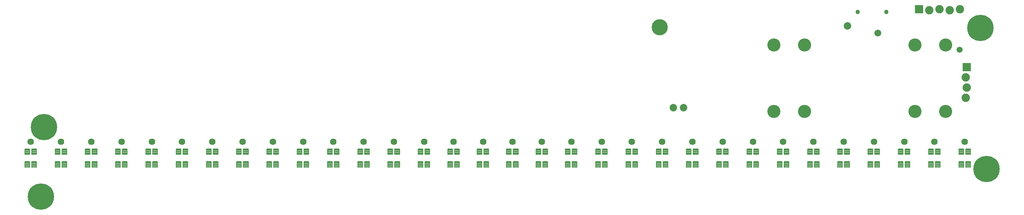
<source format=gbs>
G75*
G70*
%OFA0B0*%
%FSLAX24Y24*%
%IPPOS*%
%LPD*%
%AMOC8*
5,1,8,0,0,1.08239X$1,22.5*
%
%ADD10C,0.2580*%
%ADD11C,0.1580*%
%ADD12C,0.1280*%
%ADD13C,0.0434*%
%ADD14R,0.0820X0.0820*%
%ADD15C,0.0820*%
%ADD16C,0.0083*%
%ADD17C,0.0640*%
%ADD18C,0.0590*%
%ADD19C,0.0730*%
%ADD20C,0.0671*%
D10*
X002545Y002706D03*
X002845Y009526D03*
X094465Y019226D03*
X095045Y005406D03*
D11*
X063095Y019296D03*
D12*
X074265Y017546D03*
X077265Y017546D03*
X088065Y017546D03*
X091065Y017546D03*
X091065Y011046D03*
X088065Y011046D03*
X077265Y011046D03*
X074265Y011046D03*
D13*
X082447Y020786D03*
X085243Y020786D03*
D14*
X088445Y021046D03*
X093135Y015366D03*
D15*
X093035Y014366D03*
X093135Y013366D03*
X093035Y012366D03*
X091445Y020946D03*
X090445Y021046D03*
X089445Y020946D03*
X092445Y021046D03*
D16*
X092340Y007380D02*
X092810Y007380D01*
X092810Y006832D01*
X092340Y006832D01*
X092340Y007380D01*
X092340Y006914D02*
X092810Y006914D01*
X092810Y006996D02*
X092340Y006996D01*
X092340Y007078D02*
X092810Y007078D01*
X092810Y007160D02*
X092340Y007160D01*
X092340Y007242D02*
X092810Y007242D01*
X092810Y007324D02*
X092340Y007324D01*
X093010Y007380D02*
X093480Y007380D01*
X093480Y006832D01*
X093010Y006832D01*
X093010Y007380D01*
X093010Y006914D02*
X093480Y006914D01*
X093480Y006996D02*
X093010Y006996D01*
X093010Y007078D02*
X093480Y007078D01*
X093480Y007160D02*
X093010Y007160D01*
X093010Y007242D02*
X093480Y007242D01*
X093480Y007324D02*
X093010Y007324D01*
X090520Y007380D02*
X090050Y007380D01*
X090520Y007380D02*
X090520Y006832D01*
X090050Y006832D01*
X090050Y007380D01*
X090050Y006914D02*
X090520Y006914D01*
X090520Y006996D02*
X090050Y006996D01*
X090050Y007078D02*
X090520Y007078D01*
X090520Y007160D02*
X090050Y007160D01*
X090050Y007242D02*
X090520Y007242D01*
X090520Y007324D02*
X090050Y007324D01*
X089850Y007380D02*
X089380Y007380D01*
X089850Y007380D02*
X089850Y006832D01*
X089380Y006832D01*
X089380Y007380D01*
X089380Y006914D02*
X089850Y006914D01*
X089850Y006996D02*
X089380Y006996D01*
X089380Y007078D02*
X089850Y007078D01*
X089850Y007160D02*
X089380Y007160D01*
X089380Y007242D02*
X089850Y007242D01*
X089850Y007324D02*
X089380Y007324D01*
X087560Y007380D02*
X087090Y007380D01*
X087560Y007380D02*
X087560Y006832D01*
X087090Y006832D01*
X087090Y007380D01*
X087090Y006914D02*
X087560Y006914D01*
X087560Y006996D02*
X087090Y006996D01*
X087090Y007078D02*
X087560Y007078D01*
X087560Y007160D02*
X087090Y007160D01*
X087090Y007242D02*
X087560Y007242D01*
X087560Y007324D02*
X087090Y007324D01*
X086890Y007380D02*
X086420Y007380D01*
X086890Y007380D02*
X086890Y006832D01*
X086420Y006832D01*
X086420Y007380D01*
X086420Y006914D02*
X086890Y006914D01*
X086890Y006996D02*
X086420Y006996D01*
X086420Y007078D02*
X086890Y007078D01*
X086890Y007160D02*
X086420Y007160D01*
X086420Y007242D02*
X086890Y007242D01*
X086890Y007324D02*
X086420Y007324D01*
X084600Y007380D02*
X084130Y007380D01*
X084600Y007380D02*
X084600Y006832D01*
X084130Y006832D01*
X084130Y007380D01*
X084130Y006914D02*
X084600Y006914D01*
X084600Y006996D02*
X084130Y006996D01*
X084130Y007078D02*
X084600Y007078D01*
X084600Y007160D02*
X084130Y007160D01*
X084130Y007242D02*
X084600Y007242D01*
X084600Y007324D02*
X084130Y007324D01*
X083930Y007380D02*
X083460Y007380D01*
X083930Y007380D02*
X083930Y006832D01*
X083460Y006832D01*
X083460Y007380D01*
X083460Y006914D02*
X083930Y006914D01*
X083930Y006996D02*
X083460Y006996D01*
X083460Y007078D02*
X083930Y007078D01*
X083930Y007160D02*
X083460Y007160D01*
X083460Y007242D02*
X083930Y007242D01*
X083930Y007324D02*
X083460Y007324D01*
X081640Y007380D02*
X081170Y007380D01*
X081640Y007380D02*
X081640Y006832D01*
X081170Y006832D01*
X081170Y007380D01*
X081170Y006914D02*
X081640Y006914D01*
X081640Y006996D02*
X081170Y006996D01*
X081170Y007078D02*
X081640Y007078D01*
X081640Y007160D02*
X081170Y007160D01*
X081170Y007242D02*
X081640Y007242D01*
X081640Y007324D02*
X081170Y007324D01*
X080970Y007380D02*
X080500Y007380D01*
X080970Y007380D02*
X080970Y006832D01*
X080500Y006832D01*
X080500Y007380D01*
X080500Y006914D02*
X080970Y006914D01*
X080970Y006996D02*
X080500Y006996D01*
X080500Y007078D02*
X080970Y007078D01*
X080970Y007160D02*
X080500Y007160D01*
X080500Y007242D02*
X080970Y007242D01*
X080970Y007324D02*
X080500Y007324D01*
X078680Y007380D02*
X078210Y007380D01*
X078680Y007380D02*
X078680Y006832D01*
X078210Y006832D01*
X078210Y007380D01*
X078210Y006914D02*
X078680Y006914D01*
X078680Y006996D02*
X078210Y006996D01*
X078210Y007078D02*
X078680Y007078D01*
X078680Y007160D02*
X078210Y007160D01*
X078210Y007242D02*
X078680Y007242D01*
X078680Y007324D02*
X078210Y007324D01*
X078010Y007380D02*
X077540Y007380D01*
X078010Y007380D02*
X078010Y006832D01*
X077540Y006832D01*
X077540Y007380D01*
X077540Y006914D02*
X078010Y006914D01*
X078010Y006996D02*
X077540Y006996D01*
X077540Y007078D02*
X078010Y007078D01*
X078010Y007160D02*
X077540Y007160D01*
X077540Y007242D02*
X078010Y007242D01*
X078010Y007324D02*
X077540Y007324D01*
X075720Y007380D02*
X075250Y007380D01*
X075720Y007380D02*
X075720Y006832D01*
X075250Y006832D01*
X075250Y007380D01*
X075250Y006914D02*
X075720Y006914D01*
X075720Y006996D02*
X075250Y006996D01*
X075250Y007078D02*
X075720Y007078D01*
X075720Y007160D02*
X075250Y007160D01*
X075250Y007242D02*
X075720Y007242D01*
X075720Y007324D02*
X075250Y007324D01*
X075050Y007380D02*
X074580Y007380D01*
X075050Y007380D02*
X075050Y006832D01*
X074580Y006832D01*
X074580Y007380D01*
X074580Y006914D02*
X075050Y006914D01*
X075050Y006996D02*
X074580Y006996D01*
X074580Y007078D02*
X075050Y007078D01*
X075050Y007160D02*
X074580Y007160D01*
X074580Y007242D02*
X075050Y007242D01*
X075050Y007324D02*
X074580Y007324D01*
X072760Y007380D02*
X072290Y007380D01*
X072760Y007380D02*
X072760Y006832D01*
X072290Y006832D01*
X072290Y007380D01*
X072290Y006914D02*
X072760Y006914D01*
X072760Y006996D02*
X072290Y006996D01*
X072290Y007078D02*
X072760Y007078D01*
X072760Y007160D02*
X072290Y007160D01*
X072290Y007242D02*
X072760Y007242D01*
X072760Y007324D02*
X072290Y007324D01*
X072090Y007380D02*
X071620Y007380D01*
X072090Y007380D02*
X072090Y006832D01*
X071620Y006832D01*
X071620Y007380D01*
X071620Y006914D02*
X072090Y006914D01*
X072090Y006996D02*
X071620Y006996D01*
X071620Y007078D02*
X072090Y007078D01*
X072090Y007160D02*
X071620Y007160D01*
X071620Y007242D02*
X072090Y007242D01*
X072090Y007324D02*
X071620Y007324D01*
X069800Y007380D02*
X069330Y007380D01*
X069800Y007380D02*
X069800Y006832D01*
X069330Y006832D01*
X069330Y007380D01*
X069330Y006914D02*
X069800Y006914D01*
X069800Y006996D02*
X069330Y006996D01*
X069330Y007078D02*
X069800Y007078D01*
X069800Y007160D02*
X069330Y007160D01*
X069330Y007242D02*
X069800Y007242D01*
X069800Y007324D02*
X069330Y007324D01*
X069130Y007380D02*
X068660Y007380D01*
X069130Y007380D02*
X069130Y006832D01*
X068660Y006832D01*
X068660Y007380D01*
X068660Y006914D02*
X069130Y006914D01*
X069130Y006996D02*
X068660Y006996D01*
X068660Y007078D02*
X069130Y007078D01*
X069130Y007160D02*
X068660Y007160D01*
X068660Y007242D02*
X069130Y007242D01*
X069130Y007324D02*
X068660Y007324D01*
X066840Y007380D02*
X066370Y007380D01*
X066840Y007380D02*
X066840Y006832D01*
X066370Y006832D01*
X066370Y007380D01*
X066370Y006914D02*
X066840Y006914D01*
X066840Y006996D02*
X066370Y006996D01*
X066370Y007078D02*
X066840Y007078D01*
X066840Y007160D02*
X066370Y007160D01*
X066370Y007242D02*
X066840Y007242D01*
X066840Y007324D02*
X066370Y007324D01*
X066170Y007380D02*
X065700Y007380D01*
X066170Y007380D02*
X066170Y006832D01*
X065700Y006832D01*
X065700Y007380D01*
X065700Y006914D02*
X066170Y006914D01*
X066170Y006996D02*
X065700Y006996D01*
X065700Y007078D02*
X066170Y007078D01*
X066170Y007160D02*
X065700Y007160D01*
X065700Y007242D02*
X066170Y007242D01*
X066170Y007324D02*
X065700Y007324D01*
X063880Y007380D02*
X063410Y007380D01*
X063880Y007380D02*
X063880Y006832D01*
X063410Y006832D01*
X063410Y007380D01*
X063410Y006914D02*
X063880Y006914D01*
X063880Y006996D02*
X063410Y006996D01*
X063410Y007078D02*
X063880Y007078D01*
X063880Y007160D02*
X063410Y007160D01*
X063410Y007242D02*
X063880Y007242D01*
X063880Y007324D02*
X063410Y007324D01*
X063210Y007380D02*
X062740Y007380D01*
X063210Y007380D02*
X063210Y006832D01*
X062740Y006832D01*
X062740Y007380D01*
X062740Y006914D02*
X063210Y006914D01*
X063210Y006996D02*
X062740Y006996D01*
X062740Y007078D02*
X063210Y007078D01*
X063210Y007160D02*
X062740Y007160D01*
X062740Y007242D02*
X063210Y007242D01*
X063210Y007324D02*
X062740Y007324D01*
X060920Y007380D02*
X060450Y007380D01*
X060920Y007380D02*
X060920Y006832D01*
X060450Y006832D01*
X060450Y007380D01*
X060450Y006914D02*
X060920Y006914D01*
X060920Y006996D02*
X060450Y006996D01*
X060450Y007078D02*
X060920Y007078D01*
X060920Y007160D02*
X060450Y007160D01*
X060450Y007242D02*
X060920Y007242D01*
X060920Y007324D02*
X060450Y007324D01*
X060250Y007380D02*
X059780Y007380D01*
X060250Y007380D02*
X060250Y006832D01*
X059780Y006832D01*
X059780Y007380D01*
X059780Y006914D02*
X060250Y006914D01*
X060250Y006996D02*
X059780Y006996D01*
X059780Y007078D02*
X060250Y007078D01*
X060250Y007160D02*
X059780Y007160D01*
X059780Y007242D02*
X060250Y007242D01*
X060250Y007324D02*
X059780Y007324D01*
X057960Y007380D02*
X057490Y007380D01*
X057960Y007380D02*
X057960Y006832D01*
X057490Y006832D01*
X057490Y007380D01*
X057490Y006914D02*
X057960Y006914D01*
X057960Y006996D02*
X057490Y006996D01*
X057490Y007078D02*
X057960Y007078D01*
X057960Y007160D02*
X057490Y007160D01*
X057490Y007242D02*
X057960Y007242D01*
X057960Y007324D02*
X057490Y007324D01*
X057290Y007380D02*
X056820Y007380D01*
X057290Y007380D02*
X057290Y006832D01*
X056820Y006832D01*
X056820Y007380D01*
X056820Y006914D02*
X057290Y006914D01*
X057290Y006996D02*
X056820Y006996D01*
X056820Y007078D02*
X057290Y007078D01*
X057290Y007160D02*
X056820Y007160D01*
X056820Y007242D02*
X057290Y007242D01*
X057290Y007324D02*
X056820Y007324D01*
X055000Y007380D02*
X054530Y007380D01*
X055000Y007380D02*
X055000Y006832D01*
X054530Y006832D01*
X054530Y007380D01*
X054530Y006914D02*
X055000Y006914D01*
X055000Y006996D02*
X054530Y006996D01*
X054530Y007078D02*
X055000Y007078D01*
X055000Y007160D02*
X054530Y007160D01*
X054530Y007242D02*
X055000Y007242D01*
X055000Y007324D02*
X054530Y007324D01*
X054330Y007380D02*
X053860Y007380D01*
X054330Y007380D02*
X054330Y006832D01*
X053860Y006832D01*
X053860Y007380D01*
X053860Y006914D02*
X054330Y006914D01*
X054330Y006996D02*
X053860Y006996D01*
X053860Y007078D02*
X054330Y007078D01*
X054330Y007160D02*
X053860Y007160D01*
X053860Y007242D02*
X054330Y007242D01*
X054330Y007324D02*
X053860Y007324D01*
X052120Y007380D02*
X051650Y007380D01*
X052120Y007380D02*
X052120Y006832D01*
X051650Y006832D01*
X051650Y007380D01*
X051650Y006914D02*
X052120Y006914D01*
X052120Y006996D02*
X051650Y006996D01*
X051650Y007078D02*
X052120Y007078D01*
X052120Y007160D02*
X051650Y007160D01*
X051650Y007242D02*
X052120Y007242D01*
X052120Y007324D02*
X051650Y007324D01*
X051450Y007380D02*
X050980Y007380D01*
X051450Y007380D02*
X051450Y006832D01*
X050980Y006832D01*
X050980Y007380D01*
X050980Y006914D02*
X051450Y006914D01*
X051450Y006996D02*
X050980Y006996D01*
X050980Y007078D02*
X051450Y007078D01*
X051450Y007160D02*
X050980Y007160D01*
X050980Y007242D02*
X051450Y007242D01*
X051450Y007324D02*
X050980Y007324D01*
X049240Y007380D02*
X048770Y007380D01*
X049240Y007380D02*
X049240Y006832D01*
X048770Y006832D01*
X048770Y007380D01*
X048770Y006914D02*
X049240Y006914D01*
X049240Y006996D02*
X048770Y006996D01*
X048770Y007078D02*
X049240Y007078D01*
X049240Y007160D02*
X048770Y007160D01*
X048770Y007242D02*
X049240Y007242D01*
X049240Y007324D02*
X048770Y007324D01*
X048570Y007380D02*
X048100Y007380D01*
X048570Y007380D02*
X048570Y006832D01*
X048100Y006832D01*
X048100Y007380D01*
X048100Y006914D02*
X048570Y006914D01*
X048570Y006996D02*
X048100Y006996D01*
X048100Y007078D02*
X048570Y007078D01*
X048570Y007160D02*
X048100Y007160D01*
X048100Y007242D02*
X048570Y007242D01*
X048570Y007324D02*
X048100Y007324D01*
X046360Y007380D02*
X045890Y007380D01*
X046360Y007380D02*
X046360Y006832D01*
X045890Y006832D01*
X045890Y007380D01*
X045890Y006914D02*
X046360Y006914D01*
X046360Y006996D02*
X045890Y006996D01*
X045890Y007078D02*
X046360Y007078D01*
X046360Y007160D02*
X045890Y007160D01*
X045890Y007242D02*
X046360Y007242D01*
X046360Y007324D02*
X045890Y007324D01*
X045690Y007380D02*
X045220Y007380D01*
X045690Y007380D02*
X045690Y006832D01*
X045220Y006832D01*
X045220Y007380D01*
X045220Y006914D02*
X045690Y006914D01*
X045690Y006996D02*
X045220Y006996D01*
X045220Y007078D02*
X045690Y007078D01*
X045690Y007160D02*
X045220Y007160D01*
X045220Y007242D02*
X045690Y007242D01*
X045690Y007324D02*
X045220Y007324D01*
X043480Y007380D02*
X043010Y007380D01*
X043480Y007380D02*
X043480Y006832D01*
X043010Y006832D01*
X043010Y007380D01*
X043010Y006914D02*
X043480Y006914D01*
X043480Y006996D02*
X043010Y006996D01*
X043010Y007078D02*
X043480Y007078D01*
X043480Y007160D02*
X043010Y007160D01*
X043010Y007242D02*
X043480Y007242D01*
X043480Y007324D02*
X043010Y007324D01*
X042810Y007380D02*
X042340Y007380D01*
X042810Y007380D02*
X042810Y006832D01*
X042340Y006832D01*
X042340Y007380D01*
X042340Y006914D02*
X042810Y006914D01*
X042810Y006996D02*
X042340Y006996D01*
X042340Y007078D02*
X042810Y007078D01*
X042810Y007160D02*
X042340Y007160D01*
X042340Y007242D02*
X042810Y007242D01*
X042810Y007324D02*
X042340Y007324D01*
X040600Y007380D02*
X040130Y007380D01*
X040600Y007380D02*
X040600Y006832D01*
X040130Y006832D01*
X040130Y007380D01*
X040130Y006914D02*
X040600Y006914D01*
X040600Y006996D02*
X040130Y006996D01*
X040130Y007078D02*
X040600Y007078D01*
X040600Y007160D02*
X040130Y007160D01*
X040130Y007242D02*
X040600Y007242D01*
X040600Y007324D02*
X040130Y007324D01*
X039930Y007380D02*
X039460Y007380D01*
X039930Y007380D02*
X039930Y006832D01*
X039460Y006832D01*
X039460Y007380D01*
X039460Y006914D02*
X039930Y006914D01*
X039930Y006996D02*
X039460Y006996D01*
X039460Y007078D02*
X039930Y007078D01*
X039930Y007160D02*
X039460Y007160D01*
X039460Y007242D02*
X039930Y007242D01*
X039930Y007324D02*
X039460Y007324D01*
X037640Y007380D02*
X037170Y007380D01*
X037640Y007380D02*
X037640Y006832D01*
X037170Y006832D01*
X037170Y007380D01*
X037170Y006914D02*
X037640Y006914D01*
X037640Y006996D02*
X037170Y006996D01*
X037170Y007078D02*
X037640Y007078D01*
X037640Y007160D02*
X037170Y007160D01*
X037170Y007242D02*
X037640Y007242D01*
X037640Y007324D02*
X037170Y007324D01*
X036970Y007380D02*
X036500Y007380D01*
X036970Y007380D02*
X036970Y006832D01*
X036500Y006832D01*
X036500Y007380D01*
X036500Y006914D02*
X036970Y006914D01*
X036970Y006996D02*
X036500Y006996D01*
X036500Y007078D02*
X036970Y007078D01*
X036970Y007160D02*
X036500Y007160D01*
X036500Y007242D02*
X036970Y007242D01*
X036970Y007324D02*
X036500Y007324D01*
X034680Y007380D02*
X034210Y007380D01*
X034680Y007380D02*
X034680Y006832D01*
X034210Y006832D01*
X034210Y007380D01*
X034210Y006914D02*
X034680Y006914D01*
X034680Y006996D02*
X034210Y006996D01*
X034210Y007078D02*
X034680Y007078D01*
X034680Y007160D02*
X034210Y007160D01*
X034210Y007242D02*
X034680Y007242D01*
X034680Y007324D02*
X034210Y007324D01*
X034010Y007380D02*
X033540Y007380D01*
X034010Y007380D02*
X034010Y006832D01*
X033540Y006832D01*
X033540Y007380D01*
X033540Y006914D02*
X034010Y006914D01*
X034010Y006996D02*
X033540Y006996D01*
X033540Y007078D02*
X034010Y007078D01*
X034010Y007160D02*
X033540Y007160D01*
X033540Y007242D02*
X034010Y007242D01*
X034010Y007324D02*
X033540Y007324D01*
X031720Y007380D02*
X031250Y007380D01*
X031720Y007380D02*
X031720Y006832D01*
X031250Y006832D01*
X031250Y007380D01*
X031250Y006914D02*
X031720Y006914D01*
X031720Y006996D02*
X031250Y006996D01*
X031250Y007078D02*
X031720Y007078D01*
X031720Y007160D02*
X031250Y007160D01*
X031250Y007242D02*
X031720Y007242D01*
X031720Y007324D02*
X031250Y007324D01*
X031050Y007380D02*
X030580Y007380D01*
X031050Y007380D02*
X031050Y006832D01*
X030580Y006832D01*
X030580Y007380D01*
X030580Y006914D02*
X031050Y006914D01*
X031050Y006996D02*
X030580Y006996D01*
X030580Y007078D02*
X031050Y007078D01*
X031050Y007160D02*
X030580Y007160D01*
X030580Y007242D02*
X031050Y007242D01*
X031050Y007324D02*
X030580Y007324D01*
X028760Y007380D02*
X028290Y007380D01*
X028760Y007380D02*
X028760Y006832D01*
X028290Y006832D01*
X028290Y007380D01*
X028290Y006914D02*
X028760Y006914D01*
X028760Y006996D02*
X028290Y006996D01*
X028290Y007078D02*
X028760Y007078D01*
X028760Y007160D02*
X028290Y007160D01*
X028290Y007242D02*
X028760Y007242D01*
X028760Y007324D02*
X028290Y007324D01*
X028090Y007380D02*
X027620Y007380D01*
X028090Y007380D02*
X028090Y006832D01*
X027620Y006832D01*
X027620Y007380D01*
X027620Y006914D02*
X028090Y006914D01*
X028090Y006996D02*
X027620Y006996D01*
X027620Y007078D02*
X028090Y007078D01*
X028090Y007160D02*
X027620Y007160D01*
X027620Y007242D02*
X028090Y007242D01*
X028090Y007324D02*
X027620Y007324D01*
X025800Y007380D02*
X025330Y007380D01*
X025800Y007380D02*
X025800Y006832D01*
X025330Y006832D01*
X025330Y007380D01*
X025330Y006914D02*
X025800Y006914D01*
X025800Y006996D02*
X025330Y006996D01*
X025330Y007078D02*
X025800Y007078D01*
X025800Y007160D02*
X025330Y007160D01*
X025330Y007242D02*
X025800Y007242D01*
X025800Y007324D02*
X025330Y007324D01*
X025130Y007380D02*
X024660Y007380D01*
X025130Y007380D02*
X025130Y006832D01*
X024660Y006832D01*
X024660Y007380D01*
X024660Y006914D02*
X025130Y006914D01*
X025130Y006996D02*
X024660Y006996D01*
X024660Y007078D02*
X025130Y007078D01*
X025130Y007160D02*
X024660Y007160D01*
X024660Y007242D02*
X025130Y007242D01*
X025130Y007324D02*
X024660Y007324D01*
X022840Y007380D02*
X022370Y007380D01*
X022840Y007380D02*
X022840Y006832D01*
X022370Y006832D01*
X022370Y007380D01*
X022370Y006914D02*
X022840Y006914D01*
X022840Y006996D02*
X022370Y006996D01*
X022370Y007078D02*
X022840Y007078D01*
X022840Y007160D02*
X022370Y007160D01*
X022370Y007242D02*
X022840Y007242D01*
X022840Y007324D02*
X022370Y007324D01*
X022170Y007380D02*
X021700Y007380D01*
X022170Y007380D02*
X022170Y006832D01*
X021700Y006832D01*
X021700Y007380D01*
X021700Y006914D02*
X022170Y006914D01*
X022170Y006996D02*
X021700Y006996D01*
X021700Y007078D02*
X022170Y007078D01*
X022170Y007160D02*
X021700Y007160D01*
X021700Y007242D02*
X022170Y007242D01*
X022170Y007324D02*
X021700Y007324D01*
X019880Y007380D02*
X019410Y007380D01*
X019880Y007380D02*
X019880Y006832D01*
X019410Y006832D01*
X019410Y007380D01*
X019410Y006914D02*
X019880Y006914D01*
X019880Y006996D02*
X019410Y006996D01*
X019410Y007078D02*
X019880Y007078D01*
X019880Y007160D02*
X019410Y007160D01*
X019410Y007242D02*
X019880Y007242D01*
X019880Y007324D02*
X019410Y007324D01*
X019210Y007380D02*
X018740Y007380D01*
X019210Y007380D02*
X019210Y006832D01*
X018740Y006832D01*
X018740Y007380D01*
X018740Y006914D02*
X019210Y006914D01*
X019210Y006996D02*
X018740Y006996D01*
X018740Y007078D02*
X019210Y007078D01*
X019210Y007160D02*
X018740Y007160D01*
X018740Y007242D02*
X019210Y007242D01*
X019210Y007324D02*
X018740Y007324D01*
X016920Y007380D02*
X016450Y007380D01*
X016920Y007380D02*
X016920Y006832D01*
X016450Y006832D01*
X016450Y007380D01*
X016450Y006914D02*
X016920Y006914D01*
X016920Y006996D02*
X016450Y006996D01*
X016450Y007078D02*
X016920Y007078D01*
X016920Y007160D02*
X016450Y007160D01*
X016450Y007242D02*
X016920Y007242D01*
X016920Y007324D02*
X016450Y007324D01*
X016250Y007380D02*
X015780Y007380D01*
X016250Y007380D02*
X016250Y006832D01*
X015780Y006832D01*
X015780Y007380D01*
X015780Y006914D02*
X016250Y006914D01*
X016250Y006996D02*
X015780Y006996D01*
X015780Y007078D02*
X016250Y007078D01*
X016250Y007160D02*
X015780Y007160D01*
X015780Y007242D02*
X016250Y007242D01*
X016250Y007324D02*
X015780Y007324D01*
X013960Y007380D02*
X013490Y007380D01*
X013960Y007380D02*
X013960Y006832D01*
X013490Y006832D01*
X013490Y007380D01*
X013490Y006914D02*
X013960Y006914D01*
X013960Y006996D02*
X013490Y006996D01*
X013490Y007078D02*
X013960Y007078D01*
X013960Y007160D02*
X013490Y007160D01*
X013490Y007242D02*
X013960Y007242D01*
X013960Y007324D02*
X013490Y007324D01*
X013290Y007380D02*
X012820Y007380D01*
X013290Y007380D02*
X013290Y006832D01*
X012820Y006832D01*
X012820Y007380D01*
X012820Y006914D02*
X013290Y006914D01*
X013290Y006996D02*
X012820Y006996D01*
X012820Y007078D02*
X013290Y007078D01*
X013290Y007160D02*
X012820Y007160D01*
X012820Y007242D02*
X013290Y007242D01*
X013290Y007324D02*
X012820Y007324D01*
X011000Y007380D02*
X010530Y007380D01*
X011000Y007380D02*
X011000Y006832D01*
X010530Y006832D01*
X010530Y007380D01*
X010530Y006914D02*
X011000Y006914D01*
X011000Y006996D02*
X010530Y006996D01*
X010530Y007078D02*
X011000Y007078D01*
X011000Y007160D02*
X010530Y007160D01*
X010530Y007242D02*
X011000Y007242D01*
X011000Y007324D02*
X010530Y007324D01*
X010330Y007380D02*
X009860Y007380D01*
X010330Y007380D02*
X010330Y006832D01*
X009860Y006832D01*
X009860Y007380D01*
X009860Y006914D02*
X010330Y006914D01*
X010330Y006996D02*
X009860Y006996D01*
X009860Y007078D02*
X010330Y007078D01*
X010330Y007160D02*
X009860Y007160D01*
X009860Y007242D02*
X010330Y007242D01*
X010330Y007324D02*
X009860Y007324D01*
X008040Y007380D02*
X007570Y007380D01*
X008040Y007380D02*
X008040Y006832D01*
X007570Y006832D01*
X007570Y007380D01*
X007570Y006914D02*
X008040Y006914D01*
X008040Y006996D02*
X007570Y006996D01*
X007570Y007078D02*
X008040Y007078D01*
X008040Y007160D02*
X007570Y007160D01*
X007570Y007242D02*
X008040Y007242D01*
X008040Y007324D02*
X007570Y007324D01*
X007370Y007380D02*
X006900Y007380D01*
X007370Y007380D02*
X007370Y006832D01*
X006900Y006832D01*
X006900Y007380D01*
X006900Y006914D02*
X007370Y006914D01*
X007370Y006996D02*
X006900Y006996D01*
X006900Y007078D02*
X007370Y007078D01*
X007370Y007160D02*
X006900Y007160D01*
X006900Y007242D02*
X007370Y007242D01*
X007370Y007324D02*
X006900Y007324D01*
X005080Y007380D02*
X004610Y007380D01*
X005080Y007380D02*
X005080Y006832D01*
X004610Y006832D01*
X004610Y007380D01*
X004610Y006914D02*
X005080Y006914D01*
X005080Y006996D02*
X004610Y006996D01*
X004610Y007078D02*
X005080Y007078D01*
X005080Y007160D02*
X004610Y007160D01*
X004610Y007242D02*
X005080Y007242D01*
X005080Y007324D02*
X004610Y007324D01*
X004410Y007380D02*
X003940Y007380D01*
X004410Y007380D02*
X004410Y006832D01*
X003940Y006832D01*
X003940Y007380D01*
X003940Y006914D02*
X004410Y006914D01*
X004410Y006996D02*
X003940Y006996D01*
X003940Y007078D02*
X004410Y007078D01*
X004410Y007160D02*
X003940Y007160D01*
X003940Y007242D02*
X004410Y007242D01*
X004410Y007324D02*
X003940Y007324D01*
X002120Y007380D02*
X001650Y007380D01*
X002120Y007380D02*
X002120Y006832D01*
X001650Y006832D01*
X001650Y007380D01*
X001650Y006914D02*
X002120Y006914D01*
X002120Y006996D02*
X001650Y006996D01*
X001650Y007078D02*
X002120Y007078D01*
X002120Y007160D02*
X001650Y007160D01*
X001650Y007242D02*
X002120Y007242D01*
X002120Y007324D02*
X001650Y007324D01*
X001450Y007380D02*
X000980Y007380D01*
X001450Y007380D02*
X001450Y006832D01*
X000980Y006832D01*
X000980Y007380D01*
X000980Y006914D02*
X001450Y006914D01*
X001450Y006996D02*
X000980Y006996D01*
X000980Y007078D02*
X001450Y007078D01*
X001450Y007160D02*
X000980Y007160D01*
X000980Y007242D02*
X001450Y007242D01*
X001450Y007324D02*
X000980Y007324D01*
X000980Y006140D02*
X001450Y006140D01*
X001450Y005592D01*
X000980Y005592D01*
X000980Y006140D01*
X000980Y005674D02*
X001450Y005674D01*
X001450Y005756D02*
X000980Y005756D01*
X000980Y005838D02*
X001450Y005838D01*
X001450Y005920D02*
X000980Y005920D01*
X000980Y006002D02*
X001450Y006002D01*
X001450Y006084D02*
X000980Y006084D01*
X001650Y006140D02*
X002120Y006140D01*
X002120Y005592D01*
X001650Y005592D01*
X001650Y006140D01*
X001650Y005674D02*
X002120Y005674D01*
X002120Y005756D02*
X001650Y005756D01*
X001650Y005838D02*
X002120Y005838D01*
X002120Y005920D02*
X001650Y005920D01*
X001650Y006002D02*
X002120Y006002D01*
X002120Y006084D02*
X001650Y006084D01*
X003940Y006140D02*
X004410Y006140D01*
X004410Y005592D01*
X003940Y005592D01*
X003940Y006140D01*
X003940Y005674D02*
X004410Y005674D01*
X004410Y005756D02*
X003940Y005756D01*
X003940Y005838D02*
X004410Y005838D01*
X004410Y005920D02*
X003940Y005920D01*
X003940Y006002D02*
X004410Y006002D01*
X004410Y006084D02*
X003940Y006084D01*
X004610Y006140D02*
X005080Y006140D01*
X005080Y005592D01*
X004610Y005592D01*
X004610Y006140D01*
X004610Y005674D02*
X005080Y005674D01*
X005080Y005756D02*
X004610Y005756D01*
X004610Y005838D02*
X005080Y005838D01*
X005080Y005920D02*
X004610Y005920D01*
X004610Y006002D02*
X005080Y006002D01*
X005080Y006084D02*
X004610Y006084D01*
X006900Y006140D02*
X007370Y006140D01*
X007370Y005592D01*
X006900Y005592D01*
X006900Y006140D01*
X006900Y005674D02*
X007370Y005674D01*
X007370Y005756D02*
X006900Y005756D01*
X006900Y005838D02*
X007370Y005838D01*
X007370Y005920D02*
X006900Y005920D01*
X006900Y006002D02*
X007370Y006002D01*
X007370Y006084D02*
X006900Y006084D01*
X007570Y006140D02*
X008040Y006140D01*
X008040Y005592D01*
X007570Y005592D01*
X007570Y006140D01*
X007570Y005674D02*
X008040Y005674D01*
X008040Y005756D02*
X007570Y005756D01*
X007570Y005838D02*
X008040Y005838D01*
X008040Y005920D02*
X007570Y005920D01*
X007570Y006002D02*
X008040Y006002D01*
X008040Y006084D02*
X007570Y006084D01*
X009860Y006140D02*
X010330Y006140D01*
X010330Y005592D01*
X009860Y005592D01*
X009860Y006140D01*
X009860Y005674D02*
X010330Y005674D01*
X010330Y005756D02*
X009860Y005756D01*
X009860Y005838D02*
X010330Y005838D01*
X010330Y005920D02*
X009860Y005920D01*
X009860Y006002D02*
X010330Y006002D01*
X010330Y006084D02*
X009860Y006084D01*
X010530Y006140D02*
X011000Y006140D01*
X011000Y005592D01*
X010530Y005592D01*
X010530Y006140D01*
X010530Y005674D02*
X011000Y005674D01*
X011000Y005756D02*
X010530Y005756D01*
X010530Y005838D02*
X011000Y005838D01*
X011000Y005920D02*
X010530Y005920D01*
X010530Y006002D02*
X011000Y006002D01*
X011000Y006084D02*
X010530Y006084D01*
X012820Y006140D02*
X013290Y006140D01*
X013290Y005592D01*
X012820Y005592D01*
X012820Y006140D01*
X012820Y005674D02*
X013290Y005674D01*
X013290Y005756D02*
X012820Y005756D01*
X012820Y005838D02*
X013290Y005838D01*
X013290Y005920D02*
X012820Y005920D01*
X012820Y006002D02*
X013290Y006002D01*
X013290Y006084D02*
X012820Y006084D01*
X013490Y006140D02*
X013960Y006140D01*
X013960Y005592D01*
X013490Y005592D01*
X013490Y006140D01*
X013490Y005674D02*
X013960Y005674D01*
X013960Y005756D02*
X013490Y005756D01*
X013490Y005838D02*
X013960Y005838D01*
X013960Y005920D02*
X013490Y005920D01*
X013490Y006002D02*
X013960Y006002D01*
X013960Y006084D02*
X013490Y006084D01*
X015780Y006140D02*
X016250Y006140D01*
X016250Y005592D01*
X015780Y005592D01*
X015780Y006140D01*
X015780Y005674D02*
X016250Y005674D01*
X016250Y005756D02*
X015780Y005756D01*
X015780Y005838D02*
X016250Y005838D01*
X016250Y005920D02*
X015780Y005920D01*
X015780Y006002D02*
X016250Y006002D01*
X016250Y006084D02*
X015780Y006084D01*
X016450Y006140D02*
X016920Y006140D01*
X016920Y005592D01*
X016450Y005592D01*
X016450Y006140D01*
X016450Y005674D02*
X016920Y005674D01*
X016920Y005756D02*
X016450Y005756D01*
X016450Y005838D02*
X016920Y005838D01*
X016920Y005920D02*
X016450Y005920D01*
X016450Y006002D02*
X016920Y006002D01*
X016920Y006084D02*
X016450Y006084D01*
X018740Y006140D02*
X019210Y006140D01*
X019210Y005592D01*
X018740Y005592D01*
X018740Y006140D01*
X018740Y005674D02*
X019210Y005674D01*
X019210Y005756D02*
X018740Y005756D01*
X018740Y005838D02*
X019210Y005838D01*
X019210Y005920D02*
X018740Y005920D01*
X018740Y006002D02*
X019210Y006002D01*
X019210Y006084D02*
X018740Y006084D01*
X019410Y006140D02*
X019880Y006140D01*
X019880Y005592D01*
X019410Y005592D01*
X019410Y006140D01*
X019410Y005674D02*
X019880Y005674D01*
X019880Y005756D02*
X019410Y005756D01*
X019410Y005838D02*
X019880Y005838D01*
X019880Y005920D02*
X019410Y005920D01*
X019410Y006002D02*
X019880Y006002D01*
X019880Y006084D02*
X019410Y006084D01*
X021700Y006140D02*
X022170Y006140D01*
X022170Y005592D01*
X021700Y005592D01*
X021700Y006140D01*
X021700Y005674D02*
X022170Y005674D01*
X022170Y005756D02*
X021700Y005756D01*
X021700Y005838D02*
X022170Y005838D01*
X022170Y005920D02*
X021700Y005920D01*
X021700Y006002D02*
X022170Y006002D01*
X022170Y006084D02*
X021700Y006084D01*
X022370Y006140D02*
X022840Y006140D01*
X022840Y005592D01*
X022370Y005592D01*
X022370Y006140D01*
X022370Y005674D02*
X022840Y005674D01*
X022840Y005756D02*
X022370Y005756D01*
X022370Y005838D02*
X022840Y005838D01*
X022840Y005920D02*
X022370Y005920D01*
X022370Y006002D02*
X022840Y006002D01*
X022840Y006084D02*
X022370Y006084D01*
X024660Y006140D02*
X025130Y006140D01*
X025130Y005592D01*
X024660Y005592D01*
X024660Y006140D01*
X024660Y005674D02*
X025130Y005674D01*
X025130Y005756D02*
X024660Y005756D01*
X024660Y005838D02*
X025130Y005838D01*
X025130Y005920D02*
X024660Y005920D01*
X024660Y006002D02*
X025130Y006002D01*
X025130Y006084D02*
X024660Y006084D01*
X025330Y006140D02*
X025800Y006140D01*
X025800Y005592D01*
X025330Y005592D01*
X025330Y006140D01*
X025330Y005674D02*
X025800Y005674D01*
X025800Y005756D02*
X025330Y005756D01*
X025330Y005838D02*
X025800Y005838D01*
X025800Y005920D02*
X025330Y005920D01*
X025330Y006002D02*
X025800Y006002D01*
X025800Y006084D02*
X025330Y006084D01*
X027620Y006140D02*
X028090Y006140D01*
X028090Y005592D01*
X027620Y005592D01*
X027620Y006140D01*
X027620Y005674D02*
X028090Y005674D01*
X028090Y005756D02*
X027620Y005756D01*
X027620Y005838D02*
X028090Y005838D01*
X028090Y005920D02*
X027620Y005920D01*
X027620Y006002D02*
X028090Y006002D01*
X028090Y006084D02*
X027620Y006084D01*
X028290Y006140D02*
X028760Y006140D01*
X028760Y005592D01*
X028290Y005592D01*
X028290Y006140D01*
X028290Y005674D02*
X028760Y005674D01*
X028760Y005756D02*
X028290Y005756D01*
X028290Y005838D02*
X028760Y005838D01*
X028760Y005920D02*
X028290Y005920D01*
X028290Y006002D02*
X028760Y006002D01*
X028760Y006084D02*
X028290Y006084D01*
X030580Y006140D02*
X031050Y006140D01*
X031050Y005592D01*
X030580Y005592D01*
X030580Y006140D01*
X030580Y005674D02*
X031050Y005674D01*
X031050Y005756D02*
X030580Y005756D01*
X030580Y005838D02*
X031050Y005838D01*
X031050Y005920D02*
X030580Y005920D01*
X030580Y006002D02*
X031050Y006002D01*
X031050Y006084D02*
X030580Y006084D01*
X031250Y006140D02*
X031720Y006140D01*
X031720Y005592D01*
X031250Y005592D01*
X031250Y006140D01*
X031250Y005674D02*
X031720Y005674D01*
X031720Y005756D02*
X031250Y005756D01*
X031250Y005838D02*
X031720Y005838D01*
X031720Y005920D02*
X031250Y005920D01*
X031250Y006002D02*
X031720Y006002D01*
X031720Y006084D02*
X031250Y006084D01*
X033540Y006140D02*
X034010Y006140D01*
X034010Y005592D01*
X033540Y005592D01*
X033540Y006140D01*
X033540Y005674D02*
X034010Y005674D01*
X034010Y005756D02*
X033540Y005756D01*
X033540Y005838D02*
X034010Y005838D01*
X034010Y005920D02*
X033540Y005920D01*
X033540Y006002D02*
X034010Y006002D01*
X034010Y006084D02*
X033540Y006084D01*
X034210Y006140D02*
X034680Y006140D01*
X034680Y005592D01*
X034210Y005592D01*
X034210Y006140D01*
X034210Y005674D02*
X034680Y005674D01*
X034680Y005756D02*
X034210Y005756D01*
X034210Y005838D02*
X034680Y005838D01*
X034680Y005920D02*
X034210Y005920D01*
X034210Y006002D02*
X034680Y006002D01*
X034680Y006084D02*
X034210Y006084D01*
X036500Y006140D02*
X036970Y006140D01*
X036970Y005592D01*
X036500Y005592D01*
X036500Y006140D01*
X036500Y005674D02*
X036970Y005674D01*
X036970Y005756D02*
X036500Y005756D01*
X036500Y005838D02*
X036970Y005838D01*
X036970Y005920D02*
X036500Y005920D01*
X036500Y006002D02*
X036970Y006002D01*
X036970Y006084D02*
X036500Y006084D01*
X037170Y006140D02*
X037640Y006140D01*
X037640Y005592D01*
X037170Y005592D01*
X037170Y006140D01*
X037170Y005674D02*
X037640Y005674D01*
X037640Y005756D02*
X037170Y005756D01*
X037170Y005838D02*
X037640Y005838D01*
X037640Y005920D02*
X037170Y005920D01*
X037170Y006002D02*
X037640Y006002D01*
X037640Y006084D02*
X037170Y006084D01*
X039460Y006140D02*
X039930Y006140D01*
X039930Y005592D01*
X039460Y005592D01*
X039460Y006140D01*
X039460Y005674D02*
X039930Y005674D01*
X039930Y005756D02*
X039460Y005756D01*
X039460Y005838D02*
X039930Y005838D01*
X039930Y005920D02*
X039460Y005920D01*
X039460Y006002D02*
X039930Y006002D01*
X039930Y006084D02*
X039460Y006084D01*
X040130Y006140D02*
X040600Y006140D01*
X040600Y005592D01*
X040130Y005592D01*
X040130Y006140D01*
X040130Y005674D02*
X040600Y005674D01*
X040600Y005756D02*
X040130Y005756D01*
X040130Y005838D02*
X040600Y005838D01*
X040600Y005920D02*
X040130Y005920D01*
X040130Y006002D02*
X040600Y006002D01*
X040600Y006084D02*
X040130Y006084D01*
X042340Y006140D02*
X042810Y006140D01*
X042810Y005592D01*
X042340Y005592D01*
X042340Y006140D01*
X042340Y005674D02*
X042810Y005674D01*
X042810Y005756D02*
X042340Y005756D01*
X042340Y005838D02*
X042810Y005838D01*
X042810Y005920D02*
X042340Y005920D01*
X042340Y006002D02*
X042810Y006002D01*
X042810Y006084D02*
X042340Y006084D01*
X043010Y006140D02*
X043480Y006140D01*
X043480Y005592D01*
X043010Y005592D01*
X043010Y006140D01*
X043010Y005674D02*
X043480Y005674D01*
X043480Y005756D02*
X043010Y005756D01*
X043010Y005838D02*
X043480Y005838D01*
X043480Y005920D02*
X043010Y005920D01*
X043010Y006002D02*
X043480Y006002D01*
X043480Y006084D02*
X043010Y006084D01*
X045220Y006140D02*
X045690Y006140D01*
X045690Y005592D01*
X045220Y005592D01*
X045220Y006140D01*
X045220Y005674D02*
X045690Y005674D01*
X045690Y005756D02*
X045220Y005756D01*
X045220Y005838D02*
X045690Y005838D01*
X045690Y005920D02*
X045220Y005920D01*
X045220Y006002D02*
X045690Y006002D01*
X045690Y006084D02*
X045220Y006084D01*
X045890Y006140D02*
X046360Y006140D01*
X046360Y005592D01*
X045890Y005592D01*
X045890Y006140D01*
X045890Y005674D02*
X046360Y005674D01*
X046360Y005756D02*
X045890Y005756D01*
X045890Y005838D02*
X046360Y005838D01*
X046360Y005920D02*
X045890Y005920D01*
X045890Y006002D02*
X046360Y006002D01*
X046360Y006084D02*
X045890Y006084D01*
X048100Y006140D02*
X048570Y006140D01*
X048570Y005592D01*
X048100Y005592D01*
X048100Y006140D01*
X048100Y005674D02*
X048570Y005674D01*
X048570Y005756D02*
X048100Y005756D01*
X048100Y005838D02*
X048570Y005838D01*
X048570Y005920D02*
X048100Y005920D01*
X048100Y006002D02*
X048570Y006002D01*
X048570Y006084D02*
X048100Y006084D01*
X048770Y006140D02*
X049240Y006140D01*
X049240Y005592D01*
X048770Y005592D01*
X048770Y006140D01*
X048770Y005674D02*
X049240Y005674D01*
X049240Y005756D02*
X048770Y005756D01*
X048770Y005838D02*
X049240Y005838D01*
X049240Y005920D02*
X048770Y005920D01*
X048770Y006002D02*
X049240Y006002D01*
X049240Y006084D02*
X048770Y006084D01*
X050980Y006140D02*
X051450Y006140D01*
X051450Y005592D01*
X050980Y005592D01*
X050980Y006140D01*
X050980Y005674D02*
X051450Y005674D01*
X051450Y005756D02*
X050980Y005756D01*
X050980Y005838D02*
X051450Y005838D01*
X051450Y005920D02*
X050980Y005920D01*
X050980Y006002D02*
X051450Y006002D01*
X051450Y006084D02*
X050980Y006084D01*
X051650Y006140D02*
X052120Y006140D01*
X052120Y005592D01*
X051650Y005592D01*
X051650Y006140D01*
X051650Y005674D02*
X052120Y005674D01*
X052120Y005756D02*
X051650Y005756D01*
X051650Y005838D02*
X052120Y005838D01*
X052120Y005920D02*
X051650Y005920D01*
X051650Y006002D02*
X052120Y006002D01*
X052120Y006084D02*
X051650Y006084D01*
X053860Y006140D02*
X054330Y006140D01*
X054330Y005592D01*
X053860Y005592D01*
X053860Y006140D01*
X053860Y005674D02*
X054330Y005674D01*
X054330Y005756D02*
X053860Y005756D01*
X053860Y005838D02*
X054330Y005838D01*
X054330Y005920D02*
X053860Y005920D01*
X053860Y006002D02*
X054330Y006002D01*
X054330Y006084D02*
X053860Y006084D01*
X054530Y006140D02*
X055000Y006140D01*
X055000Y005592D01*
X054530Y005592D01*
X054530Y006140D01*
X054530Y005674D02*
X055000Y005674D01*
X055000Y005756D02*
X054530Y005756D01*
X054530Y005838D02*
X055000Y005838D01*
X055000Y005920D02*
X054530Y005920D01*
X054530Y006002D02*
X055000Y006002D01*
X055000Y006084D02*
X054530Y006084D01*
X056820Y006140D02*
X057290Y006140D01*
X057290Y005592D01*
X056820Y005592D01*
X056820Y006140D01*
X056820Y005674D02*
X057290Y005674D01*
X057290Y005756D02*
X056820Y005756D01*
X056820Y005838D02*
X057290Y005838D01*
X057290Y005920D02*
X056820Y005920D01*
X056820Y006002D02*
X057290Y006002D01*
X057290Y006084D02*
X056820Y006084D01*
X057490Y006140D02*
X057960Y006140D01*
X057960Y005592D01*
X057490Y005592D01*
X057490Y006140D01*
X057490Y005674D02*
X057960Y005674D01*
X057960Y005756D02*
X057490Y005756D01*
X057490Y005838D02*
X057960Y005838D01*
X057960Y005920D02*
X057490Y005920D01*
X057490Y006002D02*
X057960Y006002D01*
X057960Y006084D02*
X057490Y006084D01*
X059780Y006140D02*
X060250Y006140D01*
X060250Y005592D01*
X059780Y005592D01*
X059780Y006140D01*
X059780Y005674D02*
X060250Y005674D01*
X060250Y005756D02*
X059780Y005756D01*
X059780Y005838D02*
X060250Y005838D01*
X060250Y005920D02*
X059780Y005920D01*
X059780Y006002D02*
X060250Y006002D01*
X060250Y006084D02*
X059780Y006084D01*
X060450Y006140D02*
X060920Y006140D01*
X060920Y005592D01*
X060450Y005592D01*
X060450Y006140D01*
X060450Y005674D02*
X060920Y005674D01*
X060920Y005756D02*
X060450Y005756D01*
X060450Y005838D02*
X060920Y005838D01*
X060920Y005920D02*
X060450Y005920D01*
X060450Y006002D02*
X060920Y006002D01*
X060920Y006084D02*
X060450Y006084D01*
X062740Y006140D02*
X063210Y006140D01*
X063210Y005592D01*
X062740Y005592D01*
X062740Y006140D01*
X062740Y005674D02*
X063210Y005674D01*
X063210Y005756D02*
X062740Y005756D01*
X062740Y005838D02*
X063210Y005838D01*
X063210Y005920D02*
X062740Y005920D01*
X062740Y006002D02*
X063210Y006002D01*
X063210Y006084D02*
X062740Y006084D01*
X063410Y006140D02*
X063880Y006140D01*
X063880Y005592D01*
X063410Y005592D01*
X063410Y006140D01*
X063410Y005674D02*
X063880Y005674D01*
X063880Y005756D02*
X063410Y005756D01*
X063410Y005838D02*
X063880Y005838D01*
X063880Y005920D02*
X063410Y005920D01*
X063410Y006002D02*
X063880Y006002D01*
X063880Y006084D02*
X063410Y006084D01*
X065700Y006140D02*
X066170Y006140D01*
X066170Y005592D01*
X065700Y005592D01*
X065700Y006140D01*
X065700Y005674D02*
X066170Y005674D01*
X066170Y005756D02*
X065700Y005756D01*
X065700Y005838D02*
X066170Y005838D01*
X066170Y005920D02*
X065700Y005920D01*
X065700Y006002D02*
X066170Y006002D01*
X066170Y006084D02*
X065700Y006084D01*
X066370Y006140D02*
X066840Y006140D01*
X066840Y005592D01*
X066370Y005592D01*
X066370Y006140D01*
X066370Y005674D02*
X066840Y005674D01*
X066840Y005756D02*
X066370Y005756D01*
X066370Y005838D02*
X066840Y005838D01*
X066840Y005920D02*
X066370Y005920D01*
X066370Y006002D02*
X066840Y006002D01*
X066840Y006084D02*
X066370Y006084D01*
X068660Y006140D02*
X069130Y006140D01*
X069130Y005592D01*
X068660Y005592D01*
X068660Y006140D01*
X068660Y005674D02*
X069130Y005674D01*
X069130Y005756D02*
X068660Y005756D01*
X068660Y005838D02*
X069130Y005838D01*
X069130Y005920D02*
X068660Y005920D01*
X068660Y006002D02*
X069130Y006002D01*
X069130Y006084D02*
X068660Y006084D01*
X069330Y006140D02*
X069800Y006140D01*
X069800Y005592D01*
X069330Y005592D01*
X069330Y006140D01*
X069330Y005674D02*
X069800Y005674D01*
X069800Y005756D02*
X069330Y005756D01*
X069330Y005838D02*
X069800Y005838D01*
X069800Y005920D02*
X069330Y005920D01*
X069330Y006002D02*
X069800Y006002D01*
X069800Y006084D02*
X069330Y006084D01*
X071620Y006140D02*
X072090Y006140D01*
X072090Y005592D01*
X071620Y005592D01*
X071620Y006140D01*
X071620Y005674D02*
X072090Y005674D01*
X072090Y005756D02*
X071620Y005756D01*
X071620Y005838D02*
X072090Y005838D01*
X072090Y005920D02*
X071620Y005920D01*
X071620Y006002D02*
X072090Y006002D01*
X072090Y006084D02*
X071620Y006084D01*
X072290Y006140D02*
X072760Y006140D01*
X072760Y005592D01*
X072290Y005592D01*
X072290Y006140D01*
X072290Y005674D02*
X072760Y005674D01*
X072760Y005756D02*
X072290Y005756D01*
X072290Y005838D02*
X072760Y005838D01*
X072760Y005920D02*
X072290Y005920D01*
X072290Y006002D02*
X072760Y006002D01*
X072760Y006084D02*
X072290Y006084D01*
X074580Y006140D02*
X075050Y006140D01*
X075050Y005592D01*
X074580Y005592D01*
X074580Y006140D01*
X074580Y005674D02*
X075050Y005674D01*
X075050Y005756D02*
X074580Y005756D01*
X074580Y005838D02*
X075050Y005838D01*
X075050Y005920D02*
X074580Y005920D01*
X074580Y006002D02*
X075050Y006002D01*
X075050Y006084D02*
X074580Y006084D01*
X075250Y006140D02*
X075720Y006140D01*
X075720Y005592D01*
X075250Y005592D01*
X075250Y006140D01*
X075250Y005674D02*
X075720Y005674D01*
X075720Y005756D02*
X075250Y005756D01*
X075250Y005838D02*
X075720Y005838D01*
X075720Y005920D02*
X075250Y005920D01*
X075250Y006002D02*
X075720Y006002D01*
X075720Y006084D02*
X075250Y006084D01*
X077540Y006140D02*
X078010Y006140D01*
X078010Y005592D01*
X077540Y005592D01*
X077540Y006140D01*
X077540Y005674D02*
X078010Y005674D01*
X078010Y005756D02*
X077540Y005756D01*
X077540Y005838D02*
X078010Y005838D01*
X078010Y005920D02*
X077540Y005920D01*
X077540Y006002D02*
X078010Y006002D01*
X078010Y006084D02*
X077540Y006084D01*
X078210Y006140D02*
X078680Y006140D01*
X078680Y005592D01*
X078210Y005592D01*
X078210Y006140D01*
X078210Y005674D02*
X078680Y005674D01*
X078680Y005756D02*
X078210Y005756D01*
X078210Y005838D02*
X078680Y005838D01*
X078680Y005920D02*
X078210Y005920D01*
X078210Y006002D02*
X078680Y006002D01*
X078680Y006084D02*
X078210Y006084D01*
X080500Y006140D02*
X080970Y006140D01*
X080970Y005592D01*
X080500Y005592D01*
X080500Y006140D01*
X080500Y005674D02*
X080970Y005674D01*
X080970Y005756D02*
X080500Y005756D01*
X080500Y005838D02*
X080970Y005838D01*
X080970Y005920D02*
X080500Y005920D01*
X080500Y006002D02*
X080970Y006002D01*
X080970Y006084D02*
X080500Y006084D01*
X081170Y006140D02*
X081640Y006140D01*
X081640Y005592D01*
X081170Y005592D01*
X081170Y006140D01*
X081170Y005674D02*
X081640Y005674D01*
X081640Y005756D02*
X081170Y005756D01*
X081170Y005838D02*
X081640Y005838D01*
X081640Y005920D02*
X081170Y005920D01*
X081170Y006002D02*
X081640Y006002D01*
X081640Y006084D02*
X081170Y006084D01*
X083460Y006140D02*
X083930Y006140D01*
X083930Y005592D01*
X083460Y005592D01*
X083460Y006140D01*
X083460Y005674D02*
X083930Y005674D01*
X083930Y005756D02*
X083460Y005756D01*
X083460Y005838D02*
X083930Y005838D01*
X083930Y005920D02*
X083460Y005920D01*
X083460Y006002D02*
X083930Y006002D01*
X083930Y006084D02*
X083460Y006084D01*
X084130Y006140D02*
X084600Y006140D01*
X084600Y005592D01*
X084130Y005592D01*
X084130Y006140D01*
X084130Y005674D02*
X084600Y005674D01*
X084600Y005756D02*
X084130Y005756D01*
X084130Y005838D02*
X084600Y005838D01*
X084600Y005920D02*
X084130Y005920D01*
X084130Y006002D02*
X084600Y006002D01*
X084600Y006084D02*
X084130Y006084D01*
X086420Y006140D02*
X086890Y006140D01*
X086890Y005592D01*
X086420Y005592D01*
X086420Y006140D01*
X086420Y005674D02*
X086890Y005674D01*
X086890Y005756D02*
X086420Y005756D01*
X086420Y005838D02*
X086890Y005838D01*
X086890Y005920D02*
X086420Y005920D01*
X086420Y006002D02*
X086890Y006002D01*
X086890Y006084D02*
X086420Y006084D01*
X087090Y006140D02*
X087560Y006140D01*
X087560Y005592D01*
X087090Y005592D01*
X087090Y006140D01*
X087090Y005674D02*
X087560Y005674D01*
X087560Y005756D02*
X087090Y005756D01*
X087090Y005838D02*
X087560Y005838D01*
X087560Y005920D02*
X087090Y005920D01*
X087090Y006002D02*
X087560Y006002D01*
X087560Y006084D02*
X087090Y006084D01*
X089380Y006140D02*
X089850Y006140D01*
X089850Y005592D01*
X089380Y005592D01*
X089380Y006140D01*
X089380Y005674D02*
X089850Y005674D01*
X089850Y005756D02*
X089380Y005756D01*
X089380Y005838D02*
X089850Y005838D01*
X089850Y005920D02*
X089380Y005920D01*
X089380Y006002D02*
X089850Y006002D01*
X089850Y006084D02*
X089380Y006084D01*
X090050Y006140D02*
X090520Y006140D01*
X090520Y005592D01*
X090050Y005592D01*
X090050Y006140D01*
X090050Y005674D02*
X090520Y005674D01*
X090520Y005756D02*
X090050Y005756D01*
X090050Y005838D02*
X090520Y005838D01*
X090520Y005920D02*
X090050Y005920D01*
X090050Y006002D02*
X090520Y006002D01*
X090520Y006084D02*
X090050Y006084D01*
X092340Y006140D02*
X092810Y006140D01*
X092810Y005592D01*
X092340Y005592D01*
X092340Y006140D01*
X092340Y005674D02*
X092810Y005674D01*
X092810Y005756D02*
X092340Y005756D01*
X092340Y005838D02*
X092810Y005838D01*
X092810Y005920D02*
X092340Y005920D01*
X092340Y006002D02*
X092810Y006002D01*
X092810Y006084D02*
X092340Y006084D01*
X093010Y006140D02*
X093480Y006140D01*
X093480Y005592D01*
X093010Y005592D01*
X093010Y006140D01*
X093010Y005674D02*
X093480Y005674D01*
X093480Y005756D02*
X093010Y005756D01*
X093010Y005838D02*
X093480Y005838D01*
X093480Y005920D02*
X093010Y005920D01*
X093010Y006002D02*
X093480Y006002D01*
X093480Y006084D02*
X093010Y006084D01*
D17*
X092925Y008086D03*
X089965Y008086D03*
X087005Y008086D03*
X084045Y008086D03*
X081085Y008086D03*
X078125Y008086D03*
X075165Y008086D03*
X072205Y008086D03*
X069245Y008086D03*
X066285Y008086D03*
X063325Y008086D03*
X060365Y008086D03*
X057405Y008086D03*
X054445Y008086D03*
X051565Y008086D03*
X048685Y008086D03*
X045805Y008086D03*
X042925Y008086D03*
X040045Y008086D03*
X037085Y008086D03*
X034125Y008086D03*
X031165Y008086D03*
X028205Y008086D03*
X025245Y008086D03*
X022285Y008086D03*
X019325Y008086D03*
X016365Y008086D03*
X013405Y008086D03*
X010445Y008086D03*
X007485Y008086D03*
X004525Y008086D03*
X001565Y008086D03*
D18*
X092405Y017086D03*
D19*
X081445Y019406D03*
X065405Y011406D03*
X064405Y011406D03*
D20*
X084405Y018726D03*
M02*

</source>
